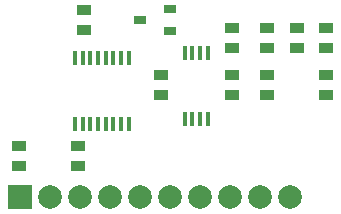
<source format=gts>
%FSLAX34Y34*%
G04 Gerber Fmt 3.4, Leading zero omitted, Abs format*
G04 (created by PCBNEW (2014-02-02 BZR 4653)-product) date 2014-02-04 11:29:01 PM*
%MOIN*%
G01*
G70*
G90*
G04 APERTURE LIST*
%ADD10C,0.005906*%
%ADD11R,0.011800X0.051200*%
%ADD12R,0.015000X0.050000*%
%ADD13R,0.039400X0.027600*%
%ADD14R,0.045000X0.032000*%
%ADD15R,0.078700X0.078700*%
%ADD16C,0.078700*%
G04 APERTURE END LIST*
G54D10*
G54D11*
X47423Y-31419D03*
X47173Y-31419D03*
X46913Y-31419D03*
X46663Y-31419D03*
X46663Y-33619D03*
X46918Y-33619D03*
X47173Y-33619D03*
X47428Y-33619D03*
G54D12*
X43001Y-33779D03*
X43257Y-33779D03*
X43513Y-33779D03*
X43769Y-33779D03*
X44025Y-33779D03*
X44281Y-33779D03*
X44537Y-33779D03*
X44793Y-33779D03*
X44793Y-31575D03*
X44537Y-31575D03*
X44281Y-31575D03*
X44025Y-31575D03*
X43769Y-31575D03*
X43513Y-31575D03*
X43257Y-31575D03*
X43001Y-31575D03*
G54D13*
X45169Y-30314D03*
X46169Y-29939D03*
X46169Y-30689D03*
G54D14*
X50393Y-30570D03*
X50393Y-31240D03*
X48228Y-31240D03*
X48228Y-30570D03*
X49409Y-31240D03*
X49409Y-30570D03*
X45866Y-32815D03*
X45866Y-32145D03*
X48228Y-32815D03*
X48228Y-32145D03*
X51377Y-32145D03*
X51377Y-32815D03*
X51377Y-30570D03*
X51377Y-31240D03*
X49409Y-32145D03*
X49409Y-32815D03*
X43307Y-29979D03*
X43307Y-30649D03*
G54D15*
X41169Y-36220D03*
G54D16*
X42169Y-36220D03*
X43169Y-36220D03*
X44169Y-36220D03*
X45169Y-36220D03*
X46169Y-36220D03*
X47169Y-36220D03*
X48169Y-36220D03*
X49169Y-36220D03*
X50169Y-36220D03*
G54D14*
X41141Y-35177D03*
X41141Y-34507D03*
X43110Y-34507D03*
X43110Y-35177D03*
M02*

</source>
